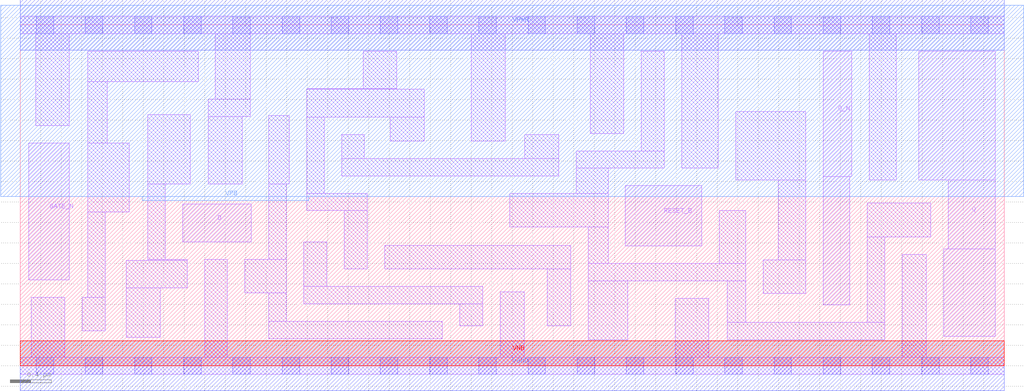
<source format=lef>
# Copyright 2020 The SkyWater PDK Authors
#
# Licensed under the Apache License, Version 2.0 (the "License");
# you may not use this file except in compliance with the License.
# You may obtain a copy of the License at
#
#     https://www.apache.org/licenses/LICENSE-2.0
#
# Unless required by applicable law or agreed to in writing, software
# distributed under the License is distributed on an "AS IS" BASIS,
# WITHOUT WARRANTIES OR CONDITIONS OF ANY KIND, either express or implied.
# See the License for the specific language governing permissions and
# limitations under the License.
#
# SPDX-License-Identifier: Apache-2.0

VERSION 5.7 ;
  NOWIREEXTENSIONATPIN ON ;
  DIVIDERCHAR "/" ;
  BUSBITCHARS "[]" ;
MACRO sky130_fd_sc_lp__dlrbn_1
  CLASS CORE ;
  FOREIGN sky130_fd_sc_lp__dlrbn_1 ;
  ORIGIN  0.000000  0.000000 ;
  SIZE  9.600000 BY  3.330000 ;
  SYMMETRY X Y R90 ;
  SITE unit ;
  PIN D
    ANTENNAGATEAREA  0.159000 ;
    DIRECTION INPUT ;
    USE SIGNAL ;
    PORT
      LAYER li1 ;
        RECT 1.585000 1.210000 2.255000 1.580000 ;
    END
  END D
  PIN Q
    ANTENNADIFFAREA  0.573300 ;
    DIRECTION OUTPUT ;
    USE SIGNAL ;
    PORT
      LAYER li1 ;
        RECT 8.765000 1.815000 9.515000 3.075000 ;
        RECT 9.010000 0.290000 9.515000 1.140000 ;
        RECT 9.055000 1.140000 9.515000 1.815000 ;
    END
  END Q
  PIN Q_N
    ANTENNADIFFAREA  0.556500 ;
    DIRECTION OUTPUT ;
    USE SIGNAL ;
    PORT
      LAYER li1 ;
        RECT 7.835000 0.595000 8.095000 1.850000 ;
        RECT 7.835000 1.850000 8.115000 3.075000 ;
    END
  END Q_N
  PIN RESET_B
    ANTENNAGATEAREA  0.315000 ;
    DIRECTION INPUT ;
    USE SIGNAL ;
    PORT
      LAYER li1 ;
        RECT 5.905000 1.170000 6.650000 1.760000 ;
    END
  END RESET_B
  PIN GATE_N
    ANTENNAGATEAREA  0.159000 ;
    DIRECTION INPUT ;
    USE CLOCK ;
    PORT
      LAYER li1 ;
        RECT 0.085000 0.840000 0.480000 2.175000 ;
    END
  END GATE_N
  PIN VGND
    DIRECTION INOUT ;
    USE GROUND ;
    PORT
      LAYER met1 ;
        RECT 0.000000 -0.245000 9.600000 0.245000 ;
    END
  END VGND
  PIN VNB
    DIRECTION INOUT ;
    USE GROUND ;
    PORT
      LAYER pwell ;
        RECT 0.000000 0.000000 9.600000 0.245000 ;
    END
  END VNB
  PIN VPB
    DIRECTION INOUT ;
    USE POWER ;
    PORT
      LAYER nwell ;
        RECT -0.190000 1.655000 9.790000 3.520000 ;
        RECT  1.190000 1.615000 2.815000 1.655000 ;
    END
  END VPB
  PIN VPWR
    DIRECTION INOUT ;
    USE POWER ;
    PORT
      LAYER met1 ;
        RECT 0.000000 3.085000 9.600000 3.575000 ;
    END
  END VPWR
  OBS
    LAYER li1 ;
      RECT 0.000000 -0.085000 9.600000 0.085000 ;
      RECT 0.000000  3.245000 9.600000 3.415000 ;
      RECT 0.105000  0.085000 0.435000 0.670000 ;
      RECT 0.150000  2.345000 0.480000 3.245000 ;
      RECT 0.605000  0.340000 0.830000 0.670000 ;
      RECT 0.660000  0.670000 0.830000 1.505000 ;
      RECT 0.660000  1.505000 1.065000 2.175000 ;
      RECT 0.660000  2.175000 0.850000 2.775000 ;
      RECT 0.660000  2.775000 1.735000 3.075000 ;
      RECT 1.035000  0.280000 1.365000 0.760000 ;
      RECT 1.035000  0.760000 1.630000 1.030000 ;
      RECT 1.245000  1.030000 1.630000 1.040000 ;
      RECT 1.245000  1.040000 1.415000 1.775000 ;
      RECT 1.245000  1.775000 1.660000 2.455000 ;
      RECT 1.800000  0.085000 2.020000 1.040000 ;
      RECT 1.835000  1.775000 2.165000 2.435000 ;
      RECT 1.835000  2.435000 2.245000 2.605000 ;
      RECT 1.905000  2.605000 2.245000 3.245000 ;
      RECT 2.190000  0.710000 2.595000 1.040000 ;
      RECT 2.425000  0.265000 4.120000 0.435000 ;
      RECT 2.425000  0.435000 2.595000 0.710000 ;
      RECT 2.425000  1.040000 2.595000 1.775000 ;
      RECT 2.425000  1.775000 2.625000 2.445000 ;
      RECT 2.765000  0.605000 4.515000 0.775000 ;
      RECT 2.765000  0.775000 2.990000 1.210000 ;
      RECT 2.795000  1.515000 3.385000 1.685000 ;
      RECT 2.795000  1.685000 2.965000 2.430000 ;
      RECT 2.795000  2.430000 3.940000 2.705000 ;
      RECT 2.795000  2.705000 3.675000 2.710000 ;
      RECT 3.135000  1.855000 5.255000 2.025000 ;
      RECT 3.135000  2.025000 3.355000 2.260000 ;
      RECT 3.160000  0.945000 3.385000 1.515000 ;
      RECT 3.345000  2.710000 3.675000 3.075000 ;
      RECT 3.555000  0.945000 5.370000 1.175000 ;
      RECT 3.610000  2.195000 3.940000 2.430000 ;
      RECT 4.290000  0.390000 4.515000 0.605000 ;
      RECT 4.400000  2.195000 4.730000 3.245000 ;
      RECT 4.685000  0.085000 4.920000 0.720000 ;
      RECT 4.775000  1.355000 5.735000 1.685000 ;
      RECT 4.925000  2.025000 5.255000 2.260000 ;
      RECT 5.140000  0.390000 5.370000 0.945000 ;
      RECT 5.425000  1.685000 5.735000 1.930000 ;
      RECT 5.425000  1.930000 6.285000 2.100000 ;
      RECT 5.540000  0.255000 5.930000 0.830000 ;
      RECT 5.540000  0.830000 7.080000 1.000000 ;
      RECT 5.540000  1.000000 5.735000 1.355000 ;
      RECT 5.560000  2.270000 5.890000 3.245000 ;
      RECT 6.060000  2.100000 6.285000 3.075000 ;
      RECT 6.390000  0.085000 6.720000 0.660000 ;
      RECT 6.455000  1.930000 6.810000 3.245000 ;
      RECT 6.820000  1.000000 7.080000 1.515000 ;
      RECT 6.900000  0.255000 8.435000 0.425000 ;
      RECT 6.900000  0.425000 7.080000 0.830000 ;
      RECT 6.980000  1.815000 7.665000 2.485000 ;
      RECT 7.250000  0.705000 7.665000 1.035000 ;
      RECT 7.395000  1.035000 7.665000 1.815000 ;
      RECT 8.265000  0.425000 8.435000 1.260000 ;
      RECT 8.265000  1.260000 8.885000 1.590000 ;
      RECT 8.285000  1.815000 8.545000 3.245000 ;
      RECT 8.605000  0.085000 8.840000 1.090000 ;
    LAYER mcon ;
      RECT 0.155000 -0.085000 0.325000 0.085000 ;
      RECT 0.155000  3.245000 0.325000 3.415000 ;
      RECT 0.635000 -0.085000 0.805000 0.085000 ;
      RECT 0.635000  3.245000 0.805000 3.415000 ;
      RECT 1.115000 -0.085000 1.285000 0.085000 ;
      RECT 1.115000  3.245000 1.285000 3.415000 ;
      RECT 1.595000 -0.085000 1.765000 0.085000 ;
      RECT 1.595000  3.245000 1.765000 3.415000 ;
      RECT 2.075000 -0.085000 2.245000 0.085000 ;
      RECT 2.075000  3.245000 2.245000 3.415000 ;
      RECT 2.555000 -0.085000 2.725000 0.085000 ;
      RECT 2.555000  3.245000 2.725000 3.415000 ;
      RECT 3.035000 -0.085000 3.205000 0.085000 ;
      RECT 3.035000  3.245000 3.205000 3.415000 ;
      RECT 3.515000 -0.085000 3.685000 0.085000 ;
      RECT 3.515000  3.245000 3.685000 3.415000 ;
      RECT 3.995000 -0.085000 4.165000 0.085000 ;
      RECT 3.995000  3.245000 4.165000 3.415000 ;
      RECT 4.475000 -0.085000 4.645000 0.085000 ;
      RECT 4.475000  3.245000 4.645000 3.415000 ;
      RECT 4.955000 -0.085000 5.125000 0.085000 ;
      RECT 4.955000  3.245000 5.125000 3.415000 ;
      RECT 5.435000 -0.085000 5.605000 0.085000 ;
      RECT 5.435000  3.245000 5.605000 3.415000 ;
      RECT 5.915000 -0.085000 6.085000 0.085000 ;
      RECT 5.915000  3.245000 6.085000 3.415000 ;
      RECT 6.395000 -0.085000 6.565000 0.085000 ;
      RECT 6.395000  3.245000 6.565000 3.415000 ;
      RECT 6.875000 -0.085000 7.045000 0.085000 ;
      RECT 6.875000  3.245000 7.045000 3.415000 ;
      RECT 7.355000 -0.085000 7.525000 0.085000 ;
      RECT 7.355000  3.245000 7.525000 3.415000 ;
      RECT 7.835000 -0.085000 8.005000 0.085000 ;
      RECT 7.835000  3.245000 8.005000 3.415000 ;
      RECT 8.315000 -0.085000 8.485000 0.085000 ;
      RECT 8.315000  3.245000 8.485000 3.415000 ;
      RECT 8.795000 -0.085000 8.965000 0.085000 ;
      RECT 8.795000  3.245000 8.965000 3.415000 ;
      RECT 9.275000 -0.085000 9.445000 0.085000 ;
      RECT 9.275000  3.245000 9.445000 3.415000 ;
  END
END sky130_fd_sc_lp__dlrbn_1
END LIBRARY

</source>
